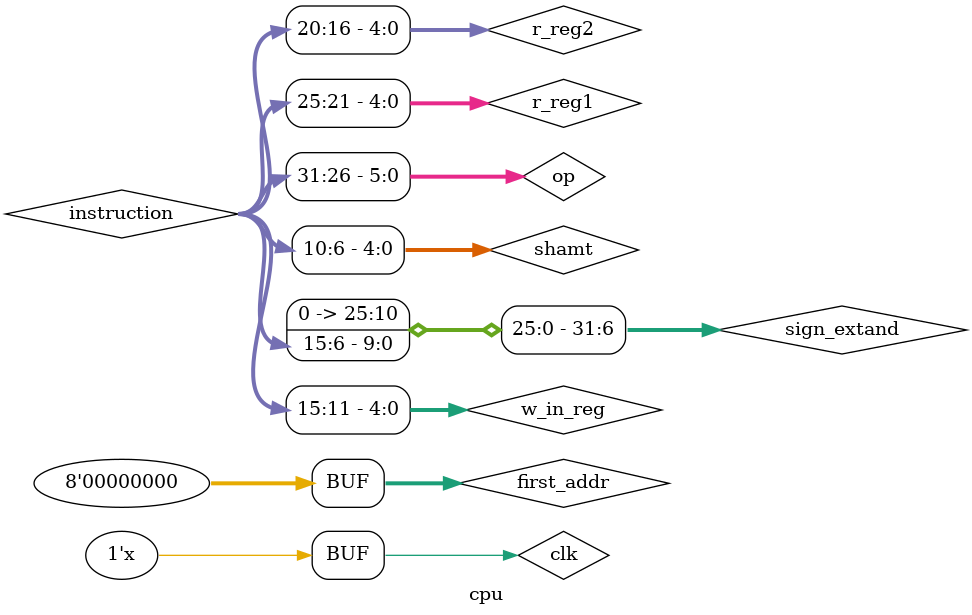
<source format=v>
`timescale 1ns / 1ps
`include "PC.v"
`include "mem_instruction.v"
`include "control.v"
`include "register_mem.v"

module cpu();
	reg clk;
	//reg  [7:0] first_addr = 4096;
	reg  [7:0] first_addr = 0;
	wire [31:0] pc_to_addr;
	
	wire [31:0]r_data1_from_reg;
	wire [31:0]r_data2_from_reg;
	
	wire [31:0] instruction;
	wire [5:0]op;
	wire [4:0]r_reg1;
	wire [4:0]r_reg2;
	wire [4:0]w_in_reg;
	//wire IMM_OP;
	//wire [15:0]imm;
	wire [31:0]sign_extand;
	wire [4:0]shamt;
	wire [5:0]fonction;
	
	assign op       = instruction[31:26];  // opcode field
   assign r_reg1   = instruction[25:21];  //source register 1
	assign r_reg2   = instruction[20:16];  // source register 2
	assign w_in_reg = instruction[15:11];  // destination register
	//assign imm      = instruction[15:0];   //imedia option
	
	assign sign_extand = instruction[15:0];
	assign shamt	 = instruction[10:6];
	assign fonction = instruction[5:0];
	
	//assign w_data = sortieMux
	//assign rs2 = instruction[15:11]; //source register 2
	//assign rst = instruction[15:11]; //source register for store op
	//assign IMM_OP  = instruction[16];  // IR[16]==1 when source 2 is immediate operand
	//assign immed16 = instruction[15:0];
	
	//wire Control output 
	wire reg_dest_control;
	wire PC_control;
	wire mem_reg_control;
	wire [3:0] alu_ctrl_op_from_control;
	wire mem_write_control;
	wire alu_src_control;
	wire reg_write_control;
	
	//ALU CONTROL WIRE output
	wire [3:0] alu_control_from_alu_control;
	
	//Mux reg to alu 
	wire [31:0] mux_register_to_alu_wire;
	
	//wire fonction
	//wire control_command
	
	// ALU WIRE 
	wire [31:0] alu_result;
	wire overflow;
	wire alu_zero;
	
	//wire MUX Register Memory
	wire [4:0] mux_write_addr_in_reg;
	
	//wire MUX Data Memory
	wire [31:0]mux_to_w_data_reg;
	wire [31:0]readed_data_from_data_memory;
	
   wire reg_dest_control_pipe;
	wire PC_control_pipe;
	wire mem_read_control_pipe;
	wire mem_reg_control_pipe;
	wire [3:0] alu_ctrl_op_from_control_pipe;
	wire mem_write_control_pipe;
	wire alu_src_control_pipe;
	wire reg_write_control_pipe;
	
	wire stall_ID_EX_CONTROL;
	
	wire mem_reg_control_from_MEM_WB;
	wire [31:0] readed_data_from_memory_MEM_WB;
	wire [31:0] r_data2_from_Dmemory_MEM_WB;
	wire [4:0]  write_addr_in_reg_from_MEM_WB;
	wire [31:0] alu_result_from_MEM_WB;
	wire [4:0] write_addr_in_reg_from_MEM_WB_ADDR;
	wire reg_write_control_pipe_MEM_WB;

initial 
begin
    clk = 0;
	 #10000000;
end

always begin
	  #1000 clk <= ~ clk;	  
end

PC pc_unit(
.clk(clk),
.in_addr(pc_to_addr),
.out_addr(pc_to_addr)
);


wire [31:0] instruction_to_pipeline_IF_ID;
wire stall_IF_ID;
wire clear_IF_ID;
 
mem_instruction memI(
.clk(clk),
.address(pc_to_addr),
.instruction(instruction_to_pipeline_IF_ID)
);

reg_pipe #(.N(32)) IF_ID(.clk(clk),
					.hold(stall_s1_s2), .clear(flush_s1),
					.in(instruction_to_pipeline_IF_ID), .out(instruction));


register_mem reg_mem(
.clk(clk),
//input
.r_reg1(r_reg1), //addr of reg1
.r_reg2(r_reg2), //addr of reg2
//.w_reg_addr(mux_write_addr_in_reg), //addr to write
.w_reg_addr(write_addr_in_reg_from_MEM_WB_ADDR),
.w_data(mux_to_w_data_reg), //data to write 
//w_data ???
.reg_w(reg_write_control_pipe), //control
//output to alu
.r_data1(r_data1_from_reg),
.r_data2(r_data2_from_reg),
//option 
.clr()
);

wire stall_ID_EX_REG;
wire [31:0] r_data1_from_ID_EX_REG;
wire [31:0] r_data2_from_ID_EX_REG;
wire [4:0] write_addr_in_reg_from_ID_EX_REG;
wire [31:0] sign_extand_ID_EX_REG;
wire [4:0] r_reg2_ID_EX_REG;

reg_pipe #(.N(106)) ID_EX_REG(.clk(clk), .clear(stall_ID_EX), .hold(1'b0),
			.in({r_data1_from_reg, r_data2_from_reg,r_reg2, w_in_reg, sign_extand }),
			.out({r_data1_from_ID_EX_REG, r_data2_from_ID_EX_REG, r_reg2_ID_EX_REG, write_addr_in_reg_from_ID_EX_REG, sign_extand_ID_EX_REG}));
			
		
mux_reg mux_reg_rdest(
.in_a(r_reg2_ID_EX_REG),
.in_b(write_addr_in_reg_from_ID_EX_REG),
.in_select(reg_dest_control_pipe),
.out_z(mux_write_addr_in_reg)
);

		
control control(
//input
.clk(clk),
.op(op),
//output
.reg_dest(reg_dest_control), 
.branch(PC_control), 
.mem_read(mem_read_control), 
.mem_to_reg(mem_reg_control),
.alu_ctrl(alu_ctrl_op_from_control),  
.mem_write(mem_write_control), 
.alu_src(alu_src_control), 
.reg_write(reg_write_control) 
);

reg_pipe #(.N(11)) ID_EX_CONTROL(.clk(clk), .clear(stall_ID_EX_CONTROL), .hold(1'b0),
			.in({reg_dest_control, 
			PC_control, 
			mem_read_control, 
			mem_reg_control,
			alu_ctrl_op_from_control,
			mem_write_control,
			alu_src_control,
			reg_write_control }),
			
			.out({reg_dest_control_pipe,
			PC_control_pipe,
			mem_read_control_pipe,
			mem_reg_control_pipe,
			alu_ctrl_op_from_control_pipe,
			mem_write_control_pipe, 
			alu_src_control_pipe, 
			reg_write_control_pipe}));

wire [31:0]bypass_1_cycle_out_reg1;
wire [31:0]bypass_1_cycle_out_reg2;


mux_register_alu mux_register_to_alu(
.in_a(r_data2_from_ID_EX_REG),
.in_b(sign_extand_ID_EX_REG),
.in_select(alu_src_control_pipe),
.out_z(mux_register_to_alu_wire)
);

alu_control alu_c (
.clk(clk),
//.Op_from_control(alu_ctrl_op_from_control_pipe), //control from general controls
.Op_from_control(alu_ctrl_op_from_control),
.fonction(fonction),
.reg1(),
.reg2(), 
.outreg1(),
.outreg2(),
//.outreg2(bypass_1_cycle_out_reg2),
//output
.ctrl_command(alu_control_from_alu_control) //output => COMMAND ALU
);

alu alu(
.clk(clk),
.control(alu_control_from_alu_control), //4bit Command from alu_control 
.oper1(r_data1_from_ID_EX_REG), //32bit Value 1
.oper2(mux_register_to_alu_wire), //32bit Value 2

//.oper1(bypass_1_cycle_out_reg1),
//.oper2(bypass_1_cycle_out_reg2), //32bit Value 2

//output
.result(alu_result),     //32bit output
.overflow(alu_overflow), //1bit overflow
.zero(alu_zero)			//1bit zero
);


wire [31:0] alu_result_from_EX_MEM;
wire [31:0] r_data2_from_EX_MEM;
wire mem_read_control_from_EX_MEM;
wire mem_write_control_from_EX_MEM;
wire mem_reg_control_from_EX_MEM;
wire reg_write_control_pipe_EX_MEM;
wire [4:0] write_addr_in_reg_from_EX_MEM;
 
reg_pipe #(.N(73)) EX_MEM(.clk(clk), .clear(stall_EX_MEM), .hold(1'b0),
		.in({alu_result, r_data2_from_ID_EX_REG, mem_read_control_pipe, mem_write_control_pipe, mem_reg_control_pipe, mux_write_addr_in_reg, reg_write_control_pipe}),
		.out({alu_result_from_EX_MEM, r_data2_from_EX_MEM, mem_read_control_from_EX_MEM, mem_write_control_from_EX_MEM, mem_reg_control_from_EX_MEM, write_addr_in_reg_from_EX_MEM, reg_write_control_pipe_EX_MEM}));

mem_data mem_data(
.clk(clk),        		//clk 1bit
.addr(alu_result_from_EX_MEM), 		//addr 32bit 
.mem_read_control(mem_read_control_from_EX_MEM),    //mem_read control 1bit 
.write_data_control(mem_write_control_from_EX_MEM), // write_data control 1bit 
.wdata(r_data2_from_EX_MEM),			// data to write 32bit
.rdata(readed_data_from_data_memory)				//data readed 32 bit
);


reg_pipe #(.N(71)) MEM_WB(.clk(clk), .clear(stall_EX_MEM), .hold(1'b0),
		.in({mem_reg_control_from_EX_MEM, alu_result_from_EX_MEM, readed_data_from_data_memory, write_addr_in_reg_from_EX_MEM, reg_write_control_pipe_EX_MEM}),
	  .out({mem_reg_control_from_MEM_WB, alu_result_from_MEM_WB, readed_data_from_memory_MEM_WB, write_addr_in_reg_from_MEM_WB, reg_write_control_pipe_MEM_WB }));

mux_data_memory mux_data_memory_to_reg(
.in_a(readed_data_from_memory_MEM_WB),
.in_b(alu_result_from_MEM_WB),
.in_select(mem_reg_control_from_MEM_WB),
.out_z(mux_to_w_data_reg)
);


reg_pipe #(.N(5)) MEM_WB_ADDR(.clk(clk), .clear(stall_EX_MEM), .hold(1'b0),
		.in({write_addr_in_reg_from_MEM_WB}),
	  .out({write_addr_in_reg_from_MEM_WB_ADDR}));

endmodule

</source>
